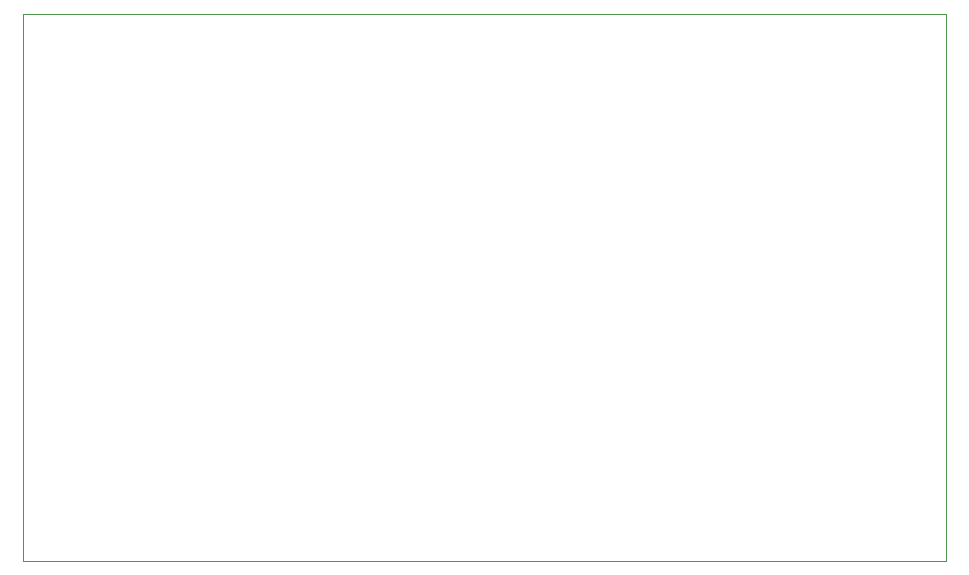
<source format=gbr>
%TF.GenerationSoftware,KiCad,Pcbnew,9.0.2*%
%TF.CreationDate,2025-12-18T18:42:25-03:00*%
%TF.ProjectId,Prometheus,50726f6d-6574-4686-9575-732e6b696361,2025-11-29*%
%TF.SameCoordinates,Original*%
%TF.FileFunction,Profile,NP*%
%FSLAX46Y46*%
G04 Gerber Fmt 4.6, Leading zero omitted, Abs format (unit mm)*
G04 Created by KiCad (PCBNEW 9.0.2) date 2025-12-18 18:42:25*
%MOMM*%
%LPD*%
G01*
G04 APERTURE LIST*
%TA.AperFunction,Profile*%
%ADD10C,0.050000*%
%TD*%
G04 APERTURE END LIST*
D10*
X190900000Y-117740000D02*
X190900000Y-71440000D01*
X190900000Y-71440000D02*
X112800000Y-71440000D01*
X112800000Y-71440000D02*
X112800000Y-117740000D01*
X112800000Y-117740000D02*
X190900000Y-117740000D01*
M02*

</source>
